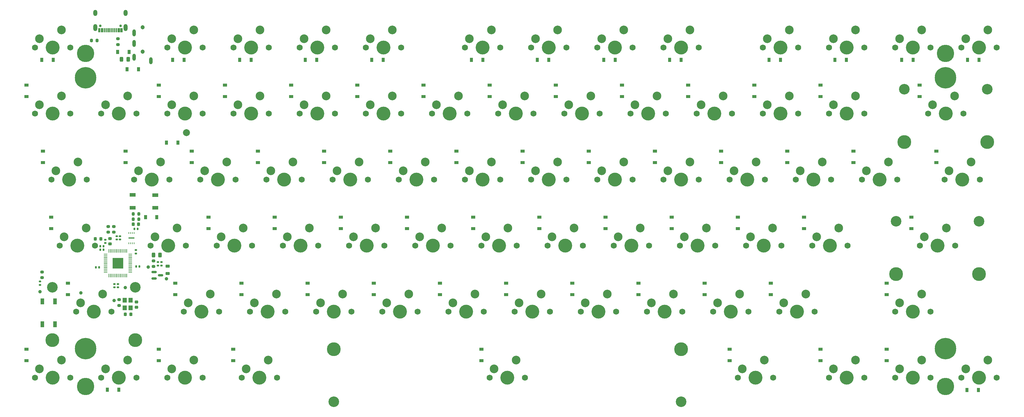
<source format=gbs>
G04 #@! TF.GenerationSoftware,KiCad,Pcbnew,(6.0.6-0)*
G04 #@! TF.CreationDate,2023-02-10T21:05:53+09:00*
G04 #@! TF.ProjectId,key-ripper,6b65792d-7269-4707-9065-722e6b696361,rev?*
G04 #@! TF.SameCoordinates,Original*
G04 #@! TF.FileFunction,Soldermask,Bot*
G04 #@! TF.FilePolarity,Negative*
%FSLAX46Y46*%
G04 Gerber Fmt 4.6, Leading zero omitted, Abs format (unit mm)*
G04 Created by KiCad (PCBNEW (6.0.6-0)) date 2023-02-10 21:05:53*
%MOMM*%
%LPD*%
G01*
G04 APERTURE LIST*
G04 Aperture macros list*
%AMRoundRect*
0 Rectangle with rounded corners*
0 $1 Rounding radius*
0 $2 $3 $4 $5 $6 $7 $8 $9 X,Y pos of 4 corners*
0 Add a 4 corners polygon primitive as box body*
4,1,4,$2,$3,$4,$5,$6,$7,$8,$9,$2,$3,0*
0 Add four circle primitives for the rounded corners*
1,1,$1+$1,$2,$3*
1,1,$1+$1,$4,$5*
1,1,$1+$1,$6,$7*
1,1,$1+$1,$8,$9*
0 Add four rect primitives between the rounded corners*
20,1,$1+$1,$2,$3,$4,$5,0*
20,1,$1+$1,$4,$5,$6,$7,0*
20,1,$1+$1,$6,$7,$8,$9,0*
20,1,$1+$1,$8,$9,$2,$3,0*%
G04 Aperture macros list end*
%ADD10C,1.750000*%
%ADD11C,4.000000*%
%ADD12C,2.500000*%
%ADD13C,6.200000*%
%ADD14C,3.048000*%
%ADD15C,3.987800*%
%ADD16C,5.000000*%
%ADD17R,1.200000X0.900000*%
%ADD18RoundRect,0.140000X0.140000X0.170000X-0.140000X0.170000X-0.140000X-0.170000X0.140000X-0.170000X0*%
%ADD19RoundRect,0.225000X0.250000X-0.225000X0.250000X0.225000X-0.250000X0.225000X-0.250000X-0.225000X0*%
%ADD20R,0.900000X1.200000*%
%ADD21RoundRect,0.225000X0.225000X0.250000X-0.225000X0.250000X-0.225000X-0.250000X0.225000X-0.250000X0*%
%ADD22C,1.000000*%
%ADD23RoundRect,0.140000X-0.170000X0.140000X-0.170000X-0.140000X0.170000X-0.140000X0.170000X0.140000X0*%
%ADD24RoundRect,0.150000X-0.587500X-0.150000X0.587500X-0.150000X0.587500X0.150000X-0.587500X0.150000X0*%
%ADD25RoundRect,0.218750X-0.381250X0.218750X-0.381250X-0.218750X0.381250X-0.218750X0.381250X0.218750X0*%
%ADD26RoundRect,0.200000X0.275000X-0.200000X0.275000X0.200000X-0.275000X0.200000X-0.275000X-0.200000X0*%
%ADD27C,0.750013*%
%ADD28O,1.200000X1.800000*%
%ADD29O,1.200000X2.000000*%
%ADD30R,0.300000X1.300000*%
%ADD31RoundRect,0.243750X0.243750X0.456250X-0.243750X0.456250X-0.243750X-0.456250X0.243750X-0.456250X0*%
%ADD32R,1.000000X1.700000*%
%ADD33RoundRect,0.140000X-0.140000X-0.170000X0.140000X-0.170000X0.140000X0.170000X-0.140000X0.170000X0*%
%ADD34RoundRect,0.225000X-0.225000X-0.250000X0.225000X-0.250000X0.225000X0.250000X-0.225000X0.250000X0*%
%ADD35C,2.000000*%
%ADD36RoundRect,0.200000X0.200000X0.275000X-0.200000X0.275000X-0.200000X-0.275000X0.200000X-0.275000X0*%
%ADD37RoundRect,0.200000X-0.275000X0.200000X-0.275000X-0.200000X0.275000X-0.200000X0.275000X0.200000X0*%
%ADD38RoundRect,0.140000X0.170000X-0.140000X0.170000X0.140000X-0.170000X0.140000X-0.170000X-0.140000X0*%
%ADD39C,1.200000*%
%ADD40O,1.000000X2.000000*%
%ADD41R,0.280010X0.600000*%
%ADD42R,1.700000X0.300000*%
%ADD43RoundRect,0.243750X-0.243750X-0.456250X0.243750X-0.456250X0.243750X0.456250X-0.243750X0.456250X0*%
%ADD44R,1.200000X1.400000*%
%ADD45R,1.100000X0.200000*%
%ADD46R,0.200000X1.100000*%
%ADD47R,3.100000X3.100000*%
%ADD48R,1.700000X1.000000*%
%ADD49RoundRect,0.200000X-0.200000X-0.275000X0.200000X-0.275000X0.200000X0.275000X-0.200000X0.275000X0*%
%ADD50RoundRect,0.225000X-0.250000X0.225000X-0.250000X-0.225000X0.250000X-0.225000X0.250000X0.225000X0*%
G04 APERTURE END LIST*
D10*
X42545000Y-123825000D03*
D11*
X47625000Y-123825000D03*
D10*
X52705000Y-123825000D03*
D12*
X43815000Y-121285000D03*
X50165000Y-118745000D03*
D10*
X154463750Y-123825000D03*
X164623750Y-123825000D03*
D11*
X159543750Y-123825000D03*
D12*
X155733750Y-121285000D03*
X162083750Y-118745000D03*
D10*
X128905000Y-47625000D03*
D11*
X123825000Y-47625000D03*
D10*
X118745000Y-47625000D03*
D12*
X120015000Y-45085000D03*
X126365000Y-42545000D03*
D11*
X166687500Y-104775000D03*
D10*
X171767500Y-104775000D03*
X161607500Y-104775000D03*
D12*
X162877500Y-102235000D03*
X169227500Y-99695000D03*
D10*
X252095000Y-123825000D03*
D11*
X257175000Y-123825000D03*
D10*
X262255000Y-123825000D03*
D12*
X253365000Y-121285000D03*
X259715000Y-118745000D03*
D13*
X285700000Y-37300000D03*
X38100000Y-115500000D03*
D10*
X109855000Y-28575000D03*
X99695000Y-28575000D03*
D11*
X104775000Y-28575000D03*
D12*
X100965000Y-26035000D03*
X107315000Y-23495000D03*
D14*
X52419250Y-97790000D03*
X28543250Y-97790000D03*
D15*
X52419250Y-113000000D03*
X28543250Y-113000000D03*
D10*
X71755000Y-47625000D03*
X61595000Y-47625000D03*
D11*
X66675000Y-47625000D03*
D12*
X62865000Y-45085000D03*
X69215000Y-42545000D03*
D16*
X38100000Y-30300000D03*
D14*
X271430750Y-78740000D03*
X295306750Y-78740000D03*
D15*
X295306750Y-93950000D03*
X271430750Y-93950000D03*
D10*
X281305000Y-123825000D03*
D11*
X276225000Y-123825000D03*
D10*
X271145000Y-123825000D03*
D12*
X272415000Y-121285000D03*
X278765000Y-118745000D03*
D11*
X152400000Y-28575000D03*
D10*
X157480000Y-28575000D03*
X147320000Y-28575000D03*
D12*
X148590000Y-26035000D03*
X154940000Y-23495000D03*
D10*
X218757500Y-104775000D03*
D11*
X223837500Y-104775000D03*
D10*
X228917500Y-104775000D03*
D12*
X220027500Y-102235000D03*
X226377500Y-99695000D03*
D10*
X109220000Y-66675000D03*
D11*
X114300000Y-66675000D03*
D10*
X119380000Y-66675000D03*
D12*
X110490000Y-64135000D03*
X116840000Y-61595000D03*
D10*
X237807500Y-104775000D03*
D11*
X242887500Y-104775000D03*
D10*
X247967500Y-104775000D03*
D12*
X239077500Y-102235000D03*
X245427500Y-99695000D03*
D10*
X90170000Y-66675000D03*
D11*
X95250000Y-66675000D03*
D10*
X100330000Y-66675000D03*
D12*
X91440000Y-64135000D03*
X97790000Y-61595000D03*
D10*
X30638750Y-85725000D03*
D11*
X35718750Y-85725000D03*
D10*
X40798750Y-85725000D03*
D12*
X31908750Y-83185000D03*
X38258750Y-80645000D03*
D10*
X290830000Y-47625000D03*
D11*
X285750000Y-47625000D03*
D10*
X280670000Y-47625000D03*
D12*
X281940000Y-45085000D03*
X288290000Y-42545000D03*
D10*
X147320000Y-66675000D03*
X157480000Y-66675000D03*
D11*
X152400000Y-66675000D03*
D12*
X148590000Y-64135000D03*
X154940000Y-61595000D03*
D10*
X271780000Y-66675000D03*
D11*
X266700000Y-66675000D03*
D10*
X261620000Y-66675000D03*
D12*
X262890000Y-64135000D03*
X269240000Y-61595000D03*
D11*
X104775000Y-47625000D03*
D10*
X109855000Y-47625000D03*
X99695000Y-47625000D03*
D12*
X100965000Y-45085000D03*
X107315000Y-42545000D03*
D16*
X285700000Y-126400000D03*
D11*
X28575000Y-47625000D03*
D10*
X23495000Y-47625000D03*
X33655000Y-47625000D03*
D12*
X24765000Y-45085000D03*
X31115000Y-42545000D03*
D11*
X109537500Y-104775000D03*
D10*
X114617500Y-104775000D03*
X104457500Y-104775000D03*
D12*
X105727500Y-102235000D03*
X112077500Y-99695000D03*
D10*
X262255000Y-28575000D03*
D11*
X257175000Y-28575000D03*
D10*
X252095000Y-28575000D03*
D12*
X253365000Y-26035000D03*
X259715000Y-23495000D03*
D10*
X28257500Y-66675000D03*
D11*
X33337500Y-66675000D03*
D10*
X38417500Y-66675000D03*
D12*
X29527500Y-64135000D03*
X35877500Y-61595000D03*
D10*
X199707500Y-104775000D03*
X209867500Y-104775000D03*
D11*
X204787500Y-104775000D03*
D12*
X200977500Y-102235000D03*
X207327500Y-99695000D03*
D14*
X209543750Y-130810000D03*
D15*
X209543750Y-115600000D03*
D14*
X109543750Y-130810000D03*
D15*
X109543750Y-115600000D03*
D10*
X236061250Y-123825000D03*
D11*
X230981250Y-123825000D03*
D10*
X225901250Y-123825000D03*
D12*
X227171250Y-121285000D03*
X233521250Y-118745000D03*
D11*
X66675000Y-28575000D03*
D10*
X61595000Y-28575000D03*
X71755000Y-28575000D03*
D12*
X62865000Y-26035000D03*
X69215000Y-23495000D03*
D11*
X233362500Y-85725000D03*
D10*
X238442500Y-85725000D03*
X228282500Y-85725000D03*
D12*
X229552500Y-83185000D03*
X235902500Y-80645000D03*
D10*
X252730000Y-66675000D03*
D11*
X247650000Y-66675000D03*
D10*
X242570000Y-66675000D03*
D12*
X243840000Y-64135000D03*
X250190000Y-61595000D03*
D11*
X57150000Y-66675000D03*
D10*
X62230000Y-66675000D03*
X52070000Y-66675000D03*
D12*
X53340000Y-64135000D03*
X59690000Y-61595000D03*
D11*
X238125000Y-47625000D03*
D10*
X243205000Y-47625000D03*
X233045000Y-47625000D03*
D12*
X234315000Y-45085000D03*
X240665000Y-42545000D03*
D10*
X80645000Y-28575000D03*
D11*
X85725000Y-28575000D03*
D10*
X90805000Y-28575000D03*
D12*
X81915000Y-26035000D03*
X88265000Y-23495000D03*
D10*
X300355000Y-28575000D03*
D11*
X295275000Y-28575000D03*
D10*
X290195000Y-28575000D03*
D12*
X291465000Y-26035000D03*
X297815000Y-23495000D03*
D10*
X181292500Y-85725000D03*
D11*
X176212500Y-85725000D03*
D10*
X171132500Y-85725000D03*
D12*
X172402500Y-83185000D03*
X178752500Y-80645000D03*
D11*
X47625000Y-47625000D03*
D10*
X42545000Y-47625000D03*
X52705000Y-47625000D03*
D12*
X43815000Y-45085000D03*
X50165000Y-42545000D03*
D10*
X281305000Y-28575000D03*
D11*
X276225000Y-28575000D03*
D10*
X271145000Y-28575000D03*
D12*
X272415000Y-26035000D03*
X278765000Y-23495000D03*
D13*
X285700000Y-115500000D03*
D11*
X28575000Y-123825000D03*
D10*
X33655000Y-123825000D03*
X23495000Y-123825000D03*
D12*
X24765000Y-121285000D03*
X31115000Y-118745000D03*
D10*
X95567500Y-104775000D03*
X85407500Y-104775000D03*
D11*
X90487500Y-104775000D03*
D12*
X86677500Y-102235000D03*
X93027500Y-99695000D03*
D10*
X195580000Y-28575000D03*
D11*
X190500000Y-28575000D03*
D10*
X185420000Y-28575000D03*
D12*
X186690000Y-26035000D03*
X193040000Y-23495000D03*
D11*
X123825000Y-28575000D03*
D10*
X128905000Y-28575000D03*
X118745000Y-28575000D03*
D12*
X120015000Y-26035000D03*
X126365000Y-23495000D03*
D10*
X285432500Y-66675000D03*
D11*
X290512500Y-66675000D03*
D10*
X295592500Y-66675000D03*
D12*
X286702500Y-64135000D03*
X293052500Y-61595000D03*
D10*
X213995000Y-47625000D03*
D11*
X219075000Y-47625000D03*
D10*
X224155000Y-47625000D03*
D12*
X215265000Y-45085000D03*
X221615000Y-42545000D03*
D10*
X33655000Y-28575000D03*
D11*
X28575000Y-28575000D03*
D10*
X23495000Y-28575000D03*
D12*
X24765000Y-26035000D03*
X31115000Y-23495000D03*
D10*
X71755000Y-123825000D03*
X61595000Y-123825000D03*
D11*
X66675000Y-123825000D03*
D12*
X62865000Y-121285000D03*
X69215000Y-118745000D03*
D10*
X204470000Y-28575000D03*
X214630000Y-28575000D03*
D11*
X209550000Y-28575000D03*
D12*
X205740000Y-26035000D03*
X212090000Y-23495000D03*
D11*
X283368750Y-85725000D03*
D10*
X278288750Y-85725000D03*
X288448750Y-85725000D03*
D12*
X279558750Y-83185000D03*
X285908750Y-80645000D03*
D14*
X273812000Y-40640000D03*
D15*
X297688000Y-55850000D03*
D14*
X297688000Y-40640000D03*
D15*
X273812000Y-55850000D03*
D10*
X133032500Y-85725000D03*
D11*
X138112500Y-85725000D03*
D10*
X143192500Y-85725000D03*
D12*
X134302500Y-83185000D03*
X140652500Y-80645000D03*
D10*
X219392500Y-85725000D03*
X209232500Y-85725000D03*
D11*
X214312500Y-85725000D03*
D12*
X210502500Y-83185000D03*
X216852500Y-80645000D03*
D10*
X76517500Y-104775000D03*
D11*
X71437500Y-104775000D03*
D10*
X66357500Y-104775000D03*
D12*
X67627500Y-102235000D03*
X73977500Y-99695000D03*
D16*
X38100000Y-126400000D03*
D11*
X295275000Y-123825000D03*
D10*
X300355000Y-123825000D03*
X290195000Y-123825000D03*
D12*
X291465000Y-121285000D03*
X297815000Y-118745000D03*
D11*
X257175000Y-47625000D03*
D10*
X252095000Y-47625000D03*
X262255000Y-47625000D03*
D12*
X253365000Y-45085000D03*
X259715000Y-42545000D03*
D11*
X180975000Y-47625000D03*
D10*
X175895000Y-47625000D03*
X186055000Y-47625000D03*
D12*
X177165000Y-45085000D03*
X183515000Y-42545000D03*
D10*
X71120000Y-66675000D03*
X81280000Y-66675000D03*
D11*
X76200000Y-66675000D03*
D12*
X72390000Y-64135000D03*
X78740000Y-61595000D03*
D11*
X171450000Y-66675000D03*
D10*
X166370000Y-66675000D03*
X176530000Y-66675000D03*
D12*
X167640000Y-64135000D03*
X173990000Y-61595000D03*
D10*
X133667500Y-104775000D03*
D11*
X128587500Y-104775000D03*
D10*
X123507500Y-104775000D03*
D12*
X124777500Y-102235000D03*
X131127500Y-99695000D03*
D10*
X66992500Y-85725000D03*
D11*
X61912500Y-85725000D03*
D10*
X56832500Y-85725000D03*
D12*
X58102500Y-83185000D03*
X64452500Y-80645000D03*
D10*
X204470000Y-66675000D03*
D11*
X209550000Y-66675000D03*
D10*
X214630000Y-66675000D03*
D12*
X205740000Y-64135000D03*
X212090000Y-61595000D03*
D11*
X195262500Y-85725000D03*
D10*
X190182500Y-85725000D03*
X200342500Y-85725000D03*
D12*
X191452500Y-83185000D03*
X197802500Y-80645000D03*
D13*
X38100000Y-37300000D03*
D11*
X119062500Y-85725000D03*
D10*
X124142500Y-85725000D03*
X113982500Y-85725000D03*
D12*
X115252500Y-83185000D03*
X121602500Y-80645000D03*
D10*
X166370000Y-28575000D03*
X176530000Y-28575000D03*
D11*
X171450000Y-28575000D03*
D12*
X167640000Y-26035000D03*
X173990000Y-23495000D03*
D10*
X156845000Y-47625000D03*
X167005000Y-47625000D03*
D11*
X161925000Y-47625000D03*
D12*
X158115000Y-45085000D03*
X164465000Y-42545000D03*
D10*
X128270000Y-66675000D03*
X138430000Y-66675000D03*
D11*
X133350000Y-66675000D03*
D12*
X129540000Y-64135000D03*
X135890000Y-61595000D03*
D10*
X83026250Y-123825000D03*
D11*
X88106250Y-123825000D03*
D10*
X93186250Y-123825000D03*
D12*
X84296250Y-121285000D03*
X90646250Y-118745000D03*
D10*
X162242500Y-85725000D03*
D11*
X157162500Y-85725000D03*
D10*
X152082500Y-85725000D03*
D12*
X153352500Y-83185000D03*
X159702500Y-80645000D03*
D10*
X233045000Y-28575000D03*
D11*
X238125000Y-28575000D03*
D10*
X243205000Y-28575000D03*
D12*
X234315000Y-26035000D03*
X240665000Y-23495000D03*
D10*
X185420000Y-66675000D03*
D11*
X190500000Y-66675000D03*
D10*
X195580000Y-66675000D03*
D12*
X186690000Y-64135000D03*
X193040000Y-61595000D03*
D10*
X147955000Y-47625000D03*
D11*
X142875000Y-47625000D03*
D10*
X137795000Y-47625000D03*
D12*
X139065000Y-45085000D03*
X145415000Y-42545000D03*
D10*
X180657500Y-104775000D03*
D11*
X185737500Y-104775000D03*
D10*
X190817500Y-104775000D03*
D12*
X181927500Y-102235000D03*
X188277500Y-99695000D03*
D10*
X205105000Y-47625000D03*
X194945000Y-47625000D03*
D11*
X200025000Y-47625000D03*
D12*
X196215000Y-45085000D03*
X202565000Y-42545000D03*
D10*
X281305000Y-104775000D03*
X271145000Y-104775000D03*
D11*
X276225000Y-104775000D03*
D12*
X272415000Y-102235000D03*
X278765000Y-99695000D03*
D11*
X252412500Y-85725000D03*
D10*
X257492500Y-85725000D03*
X247332500Y-85725000D03*
D12*
X248602500Y-83185000D03*
X254952500Y-80645000D03*
D10*
X35401250Y-104775000D03*
X45561250Y-104775000D03*
D11*
X40481250Y-104775000D03*
D12*
X36671250Y-102235000D03*
X43021250Y-99695000D03*
D10*
X80645000Y-47625000D03*
X90805000Y-47625000D03*
D11*
X85725000Y-47625000D03*
D12*
X81915000Y-45085000D03*
X88265000Y-42545000D03*
D11*
X228600000Y-66675000D03*
D10*
X223520000Y-66675000D03*
X233680000Y-66675000D03*
D12*
X224790000Y-64135000D03*
X231140000Y-61595000D03*
D10*
X105092500Y-85725000D03*
X94932500Y-85725000D03*
D11*
X100012500Y-85725000D03*
D12*
X96202500Y-83185000D03*
X102552500Y-80645000D03*
D10*
X86042500Y-85725000D03*
D11*
X80962500Y-85725000D03*
D10*
X75882500Y-85725000D03*
D12*
X77152500Y-83185000D03*
X83502500Y-80645000D03*
D11*
X147637500Y-104775000D03*
D10*
X142557500Y-104775000D03*
X152717500Y-104775000D03*
D12*
X143827500Y-102235000D03*
X150177500Y-99695000D03*
D16*
X285700000Y-30300000D03*
D17*
X225862500Y-77525000D03*
X225862500Y-80825000D03*
X202050000Y-58475000D03*
X202050000Y-61775000D03*
D18*
X43255000Y-85925000D03*
X42295000Y-85925000D03*
D17*
X130612500Y-77525000D03*
X130612500Y-80825000D03*
D19*
X45100000Y-85275000D03*
X45100000Y-83725000D03*
D20*
X61350000Y-56000000D03*
X64650000Y-56000000D03*
X238150000Y-32200000D03*
X234850000Y-32200000D03*
X171450000Y-32200000D03*
X168150000Y-32200000D03*
X28750000Y-32200000D03*
X25450000Y-32200000D03*
D17*
X68700000Y-58475000D03*
X68700000Y-61775000D03*
D21*
X42475000Y-83800000D03*
X40925000Y-83800000D03*
D17*
X111562500Y-77525000D03*
X111562500Y-80825000D03*
X87750000Y-58475000D03*
X87750000Y-61775000D03*
D22*
X56150000Y-91975000D03*
D20*
X276350000Y-32200000D03*
X273050000Y-32200000D03*
D23*
X25000000Y-96120000D03*
X25000000Y-97080000D03*
D17*
X106800000Y-58475000D03*
X106800000Y-61775000D03*
D20*
X257150000Y-32200000D03*
X253850000Y-32200000D03*
D17*
X135375000Y-39425000D03*
X135375000Y-42725000D03*
D24*
X57837500Y-95250000D03*
X57837500Y-93350000D03*
X59712500Y-94300000D03*
D25*
X61712500Y-91662500D03*
X61712500Y-93787500D03*
D20*
X209550000Y-32200000D03*
X206250000Y-32200000D03*
D17*
X168712500Y-77525000D03*
X168712500Y-80825000D03*
X149662500Y-77525000D03*
X149662500Y-80825000D03*
D20*
X47350000Y-29900000D03*
X50650000Y-29900000D03*
X104650000Y-32200000D03*
X101350000Y-32200000D03*
D22*
X25000000Y-99025000D03*
D17*
X268725000Y-96575000D03*
X268725000Y-99875000D03*
D26*
X46250000Y-81875000D03*
X46250000Y-80225000D03*
X25600000Y-95025000D03*
X25600000Y-93375000D03*
D22*
X61375000Y-95300000D03*
D20*
X123750000Y-32200000D03*
X120450000Y-32200000D03*
D26*
X57625000Y-91800000D03*
X57625000Y-90150000D03*
D27*
X42342810Y-22309384D03*
X48142658Y-22309384D03*
D28*
X49567855Y-18609612D03*
D29*
X40917613Y-22809511D03*
D28*
X40917613Y-18609612D03*
D29*
X49567855Y-22809511D03*
D30*
X41892721Y-23577837D03*
X42692823Y-23577837D03*
X43992797Y-23577837D03*
X44992797Y-23577837D03*
X45492670Y-23577837D03*
X46492416Y-23577837D03*
X47792899Y-23577837D03*
X48592747Y-23577837D03*
X48292772Y-23577837D03*
X47492670Y-23577837D03*
X46992797Y-23577837D03*
X45992797Y-23577837D03*
X44492670Y-23577837D03*
X43492670Y-23577837D03*
X42992797Y-23577837D03*
X42192696Y-23577837D03*
D20*
X58625000Y-77500000D03*
X55325000Y-77500000D03*
D17*
X173475000Y-39425000D03*
X173475000Y-42725000D03*
D31*
X59487500Y-88500000D03*
X57612500Y-88500000D03*
D20*
X85750000Y-32200000D03*
X82450000Y-32200000D03*
X190550000Y-32200000D03*
X187250000Y-32200000D03*
X295350000Y-32200000D03*
X292050000Y-32200000D03*
D32*
X29324124Y-108424975D03*
X29325394Y-101825025D03*
X25624606Y-108424975D03*
X25624606Y-101825025D03*
D17*
X49650000Y-58475000D03*
X49650000Y-61775000D03*
X92512500Y-77525000D03*
X92512500Y-80825000D03*
X275868750Y-77525000D03*
X275868750Y-80825000D03*
X268725000Y-115625000D03*
X268725000Y-118925000D03*
X206812500Y-77525000D03*
X206812500Y-80825000D03*
X197287500Y-96575000D03*
X197287500Y-99875000D03*
X82987500Y-96575000D03*
X82987500Y-99875000D03*
D33*
X52615000Y-91805000D03*
X53575000Y-91805000D03*
D26*
X47725000Y-103000000D03*
X47725000Y-101350000D03*
D17*
X63937500Y-96575000D03*
X63937500Y-99875000D03*
X230625000Y-39425000D03*
X230625000Y-42725000D03*
D23*
X47375000Y-96825000D03*
X47375000Y-97785000D03*
D17*
X21075000Y-39425000D03*
X21075000Y-42725000D03*
D34*
X51825000Y-79600000D03*
X53375000Y-79600000D03*
D17*
X163950000Y-58475000D03*
X163950000Y-61775000D03*
X223481250Y-115625000D03*
X223481250Y-118925000D03*
D35*
X67100000Y-53200000D03*
D20*
X53300000Y-34900000D03*
X50000000Y-34900000D03*
D36*
X53425000Y-76600000D03*
X51775000Y-76600000D03*
D20*
X47650000Y-127300000D03*
X44350000Y-127300000D03*
D37*
X47400000Y-26075000D03*
X47400000Y-27725000D03*
D17*
X178237500Y-96575000D03*
X178237500Y-99875000D03*
X140137500Y-96575000D03*
X140137500Y-99875000D03*
D33*
X52120000Y-80900000D03*
X53080000Y-80900000D03*
D17*
X240150000Y-58475000D03*
X240150000Y-61775000D03*
D38*
X43800000Y-84980000D03*
X43800000Y-84020000D03*
D17*
X216337500Y-96575000D03*
X216337500Y-99875000D03*
D22*
X36700000Y-99375000D03*
D17*
X116325000Y-39425000D03*
X116325000Y-42725000D03*
X59175000Y-39425000D03*
X59175000Y-42725000D03*
X211575000Y-39425000D03*
X211575000Y-42725000D03*
D36*
X41425000Y-26600000D03*
X39775000Y-26600000D03*
D38*
X59900000Y-91480000D03*
X59900000Y-90520000D03*
D17*
X235387500Y-96575000D03*
X235387500Y-99875000D03*
X283012500Y-58475000D03*
X283012500Y-61775000D03*
X154425000Y-39425000D03*
X154425000Y-42725000D03*
D38*
X58900000Y-91480000D03*
X58900000Y-90520000D03*
D17*
X73462500Y-77525000D03*
X73462500Y-80825000D03*
X144900000Y-58475000D03*
X144900000Y-61775000D03*
X278250000Y-39425000D03*
X278250000Y-42725000D03*
X192525000Y-39425000D03*
X192525000Y-42725000D03*
D38*
X47975000Y-84005000D03*
X47975000Y-83045000D03*
D34*
X49550000Y-105575000D03*
X51100000Y-105575000D03*
D18*
X43255000Y-86925000D03*
X42295000Y-86925000D03*
D39*
X54500000Y-22802540D03*
X54500000Y-29802540D03*
D40*
X52099949Y-24402489D03*
X52099949Y-27402489D03*
X52099949Y-31402489D03*
X56900051Y-32402489D03*
D18*
X42005000Y-92055000D03*
X41045000Y-92055000D03*
D23*
X46375000Y-96825000D03*
X46375000Y-97785000D03*
D17*
X25837500Y-58475000D03*
X25837500Y-61775000D03*
D20*
X66450000Y-32200000D03*
X63150000Y-32200000D03*
D17*
X28218750Y-77525000D03*
X28218750Y-80825000D03*
D41*
X52050152Y-85095200D03*
X51550025Y-85095200D03*
X51050152Y-85095200D03*
X50550025Y-85095200D03*
X50550025Y-82080214D03*
X51050152Y-82080214D03*
X51550025Y-82080214D03*
X52050152Y-82080214D03*
D42*
X51300089Y-83587707D03*
D38*
X52575000Y-88025000D03*
X52575000Y-87065000D03*
D17*
X249675000Y-115625000D03*
X249675000Y-118925000D03*
D20*
X152450000Y-32200000D03*
X149150000Y-32200000D03*
D22*
X49500000Y-97850000D03*
D17*
X244912500Y-77525000D03*
X244912500Y-80825000D03*
X259200000Y-58475000D03*
X259200000Y-61775000D03*
D43*
X48462500Y-32000000D03*
X50337500Y-32000000D03*
D38*
X47045000Y-84005000D03*
X47045000Y-83045000D03*
D17*
X249675000Y-39425000D03*
X249675000Y-42725000D03*
X21075000Y-115625000D03*
X21075000Y-118925000D03*
X125850000Y-58475000D03*
X125850000Y-61775000D03*
D44*
X51050000Y-101500000D03*
X51050000Y-103700000D03*
X49350000Y-103700000D03*
X49350000Y-101500000D03*
D17*
X159187500Y-96575000D03*
X159187500Y-99875000D03*
X102037500Y-96575000D03*
X102037500Y-99875000D03*
X183000000Y-58475000D03*
X183000000Y-61775000D03*
X80606250Y-115625000D03*
X80606250Y-118925000D03*
D45*
X50925165Y-88224924D03*
X50925165Y-88624975D03*
X50925165Y-89025025D03*
X50925165Y-89425076D03*
X50925165Y-89824873D03*
X50925165Y-90224924D03*
X50925165Y-90624975D03*
X50925165Y-91025025D03*
X50925165Y-91425076D03*
X50925165Y-91824873D03*
X50925165Y-92224924D03*
X50925165Y-92624975D03*
X50925165Y-93025025D03*
X50925165Y-93425076D03*
D46*
X49974949Y-94375038D03*
X49575152Y-94375038D03*
X49175102Y-94375038D03*
X48775051Y-94375038D03*
X48375000Y-94375038D03*
X47974949Y-94375038D03*
X47575152Y-94375038D03*
X47175102Y-94375038D03*
X46775051Y-94375038D03*
X46375000Y-94375038D03*
X45974949Y-94375038D03*
X45575152Y-94375038D03*
X45175102Y-94375038D03*
X44775051Y-94375038D03*
D45*
X43824835Y-93425076D03*
X43824835Y-93025025D03*
X43824835Y-92624975D03*
X43824835Y-92224924D03*
X43824835Y-91824873D03*
X43824835Y-91425076D03*
X43824835Y-91025025D03*
X43824835Y-90624975D03*
X43824835Y-90224924D03*
X43824835Y-89824873D03*
X43824835Y-89425076D03*
X43824835Y-89025025D03*
X43824835Y-88624975D03*
X43824835Y-88224924D03*
D46*
X44775051Y-87274962D03*
X45175102Y-87274962D03*
X45575152Y-87274962D03*
X45974949Y-87274962D03*
X46375000Y-87274962D03*
X46775051Y-87274962D03*
X47175102Y-87274962D03*
X47575152Y-87274962D03*
X47974949Y-87274962D03*
X48375000Y-87274962D03*
X48775051Y-87274962D03*
X49175102Y-87274962D03*
X49575152Y-87274962D03*
X49974949Y-87274962D03*
D47*
X47375000Y-90824873D03*
D17*
X152043750Y-115625000D03*
X152043750Y-118925000D03*
X121087500Y-96575000D03*
X121087500Y-99875000D03*
D48*
X58199975Y-71150876D03*
X51600025Y-71149606D03*
X58199975Y-74850394D03*
X51600025Y-74850394D03*
D17*
X59175000Y-115625000D03*
X59175000Y-118925000D03*
D49*
X51775000Y-78100000D03*
X53425000Y-78100000D03*
D50*
X52725000Y-102000000D03*
X52725000Y-103550000D03*
D17*
X78225000Y-39425000D03*
X78225000Y-42725000D03*
X97275000Y-39425000D03*
X97275000Y-42725000D03*
X221100000Y-58475000D03*
X221100000Y-61775000D03*
D20*
X295150000Y-127400000D03*
X291850000Y-127400000D03*
D17*
X32981250Y-96575000D03*
X32981250Y-99875000D03*
X187762500Y-77525000D03*
X187762500Y-80825000D03*
D26*
X44650000Y-81875000D03*
X44650000Y-80225000D03*
D22*
X46325000Y-101575000D03*
M02*

</source>
